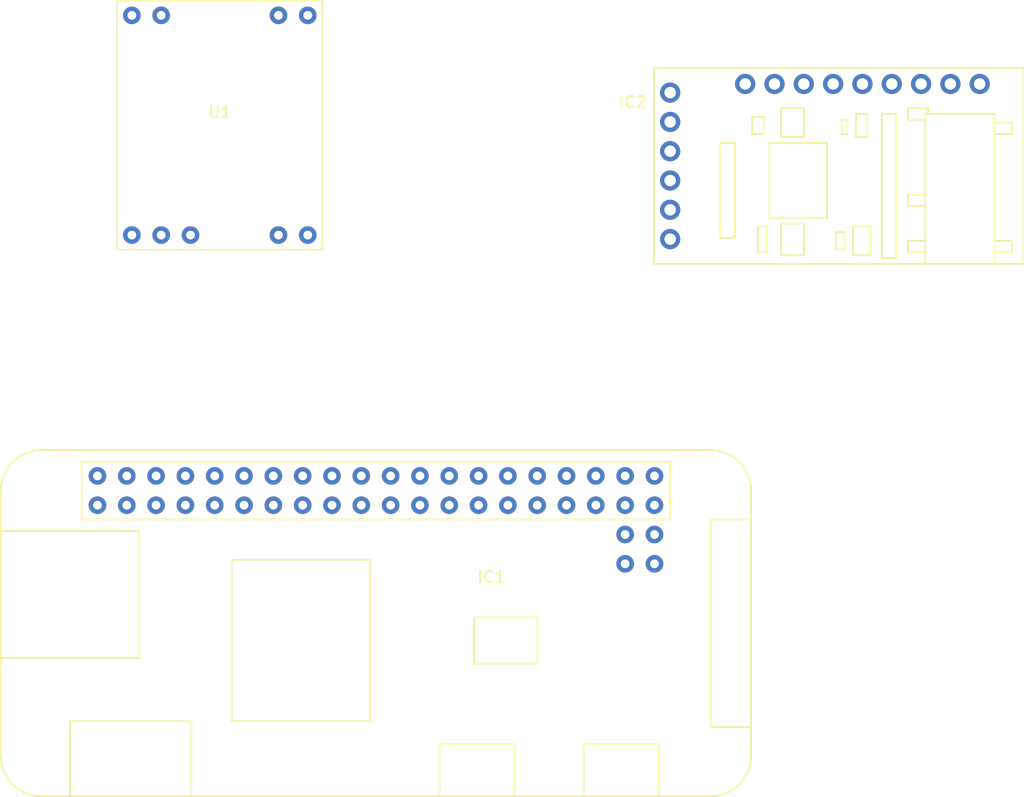
<source format=kicad_pcb>
(kicad_pcb (version 20240108) (generator "pcbnew") (generator_version "8.0")
  (layers (0 "F.Cu" signal) (31 "B.Cu" signal) (34 "B.Paste" user) (35 "F.Paste" user) (36 "B.SilkS" user "B.Silkscreen") (37 "F.SilkS" user "F.Silkscreen") (38 "B.Mask" user) (39 "F.Mask" user) (44 "Edge.Cuts" user))
  (net 0 "")
  (net 24 "GND")
  (net 28 "+5V")
  (net 29 "Net-(IC1-GPIO_GEN1,GPIO_18)")
  (net 38 "Net-(IC1-GPIO_19)")
  (net 44 "Net-(IC1-GPIO_21)")
  (net 45 "Net-(IC2-ROUT)")
  (net 46 "Net-(IC2-LOUT)")
  (net 47 "Net-(U1-T)")
  (footprint "footprints:RaspberryPiZeroW" (layer "F.Cu") (at 133.5 67.88)
    (property "Reference" "IC1" (at -11.59 8.77 0) (layer "F.SilkS"))
    (property "Value" "RaspberryPiZeroW")
    (fp_line (start -54.09 1.27) (end -54.09 24.27) (stroke (width 0.15)) (layer "F.SilkS"))
    (fp_line (start -54.09 4.77) (end -54.09 15.77) (stroke (width 0.15)) (layer "F.SilkS"))
    (fp_line (start -54.09 15.77) (end -42.09 15.77) (stroke (width 0.15)) (layer "F.SilkS"))
    (fp_line (start -50.59 -2.23) (end 7.41 -2.23) (stroke (width 0.15)) (layer "F.SilkS"))
    (fp_line (start -50.59 27.77) (end 7.41 27.77) (stroke (width 0.15)) (layer "F.SilkS"))
    (fp_line (start -48.09 21.27) (end -48.09 27.77) (stroke (width 0.15)) (layer "F.SilkS"))
    (fp_line (start -47.09 -1.23) (end -47.09 3.77) (stroke (width 0.15)) (layer "F.SilkS"))
    (fp_line (start -47.09 3.77) (end 3.91 3.77) (stroke (width 0.15)) (layer "F.SilkS"))
    (fp_line (start -42.09 4.77) (end -54.09 4.77) (stroke (width 0.15)) (layer "F.SilkS"))
    (fp_line (start -42.09 15.77) (end -42.09 4.77) (stroke (width 0.15)) (layer "F.SilkS"))
    (fp_line (start -37.59 21.27) (end -48.09 21.27) (stroke (width 0.15)) (layer "F.SilkS"))
    (fp_line (start -37.59 27.77) (end -37.59 21.27) (stroke (width 0.15)) (layer "F.SilkS"))
    (fp_line (start -34.09 7.27) (end -34.09 21.27) (stroke (width 0.15)) (layer "F.SilkS"))
    (fp_line (start -34.09 21.27) (end -22.09 21.27) (stroke (width 0.15)) (layer "F.SilkS"))
    (fp_line (start -22.09 7.27) (end -34.09 7.27) (stroke (width 0.15)) (layer "F.SilkS"))
    (fp_line (start -22.09 21.27) (end -22.09 7.27) (stroke (width 0.15)) (layer "F.SilkS"))
    (fp_line (start -16.09 23.27) (end -16.09 27.77) (stroke (width 0.15)) (layer "F.SilkS"))
    (fp_line (start -13.09 12.27) (end -13.09 16.27) (stroke (width 0.15)) (layer "F.SilkS"))
    (fp_line (start -13.09 16.27) (end -7.59 16.27) (stroke (width 0.15)) (layer "F.SilkS"))
    (fp_line (start -9.59 23.27) (end -16.09 23.27) (stroke (width 0.15)) (layer "F.SilkS"))
    (fp_line (start -9.59 27.77) (end -9.59 23.27) (stroke (width 0.15)) (layer "F.SilkS"))
    (fp_line (start -7.59 12.27) (end -13.09 12.27) (stroke (width 0.15)) (layer "F.SilkS"))
    (fp_line (start -7.59 12.77) (end -7.59 12.27) (stroke (width 0.15)) (layer "F.SilkS"))
    (fp_line (start -7.59 16.27) (end -7.59 12.77) (stroke (width 0.15)) (layer "F.SilkS"))
    (fp_line (start -3.59 23.27) (end -3.59 27.77) (stroke (width 0.15)) (layer "F.SilkS"))
    (fp_line (start 2.91 23.27) (end -3.59 23.27) (stroke (width 0.15)) (layer "F.SilkS"))
    (fp_line (start 2.91 27.77) (end 2.91 23.27) (stroke (width 0.15)) (layer "F.SilkS"))
    (fp_line (start 3.91 -1.23) (end -47.09 -1.23) (stroke (width 0.15)) (layer "F.SilkS"))
    (fp_line (start 3.91 3.77) (end 3.91 -1.23) (stroke (width 0.15)) (layer "F.SilkS"))
    (fp_line (start 7.41 3.77) (end 7.41 21.77) (stroke (width 0.15)) (layer "F.SilkS"))
    (fp_line (start 7.41 21.77) (end 10.91 21.77) (stroke (width 0.15)) (layer "F.SilkS"))
    (fp_line (start 10.91 1.27) (end 10.91 24.27) (stroke (width 0.15)) (layer "F.SilkS"))
    (fp_line (start 10.91 3.77) (end 7.41 3.77) (stroke (width 0.15)) (layer "F.SilkS"))
    (fp_arc (start -54.09 1.27) (mid -53.064874 -1.204874) (end -50.59 -2.23) (stroke (width 0.15)) (layer "F.SilkS"))
    (fp_arc (start -50.59 27.77) (mid -53.064874 26.744874) (end -54.09 24.27) (stroke (width 0.15)) (layer "F.SilkS"))
    (fp_arc (start 7.41 -2.23) (mid 9.884874 -1.204874) (end 10.91 1.27) (stroke (width 0.15)) (layer "F.SilkS"))
    (fp_arc (start 10.91 24.27) (mid 9.884874 26.744874) (end 7.41 27.77) (stroke (width 0.15)) (layer "F.SilkS"))
    (pad "" np_thru_hole circle (at -50.59 1.27) (size 2.75 2.75) (drill 2.75) (layers "*.Cu" "*.Mask"))
    (pad "" np_thru_hole circle (at -50.59 24.27) (size 2.75 2.75) (drill 2.75) (layers "*.Cu" "*.Mask"))
    (pad "" np_thru_hole circle (at 7.41 1.27) (size 2.75 2.75) (drill 2.75) (layers "*.Cu" "*.Mask"))
    (pad "" np_thru_hole circle (at 7.41 24.27) (size 2.75 2.75) (drill 2.75) (layers "*.Cu" "*.Mask"))
    (pad "1" thru_hole circle (at -45.72 2.54) (size 1.524 1.524) (drill 0.762) (layers "*.Cu" "*.Mask"))
    (pad "2" thru_hole circle (at -45.72 0) (size 1.524 1.524) (drill 0.762) (layers "*.Cu" "*.Mask") (net 28 "+5V"))
    (pad "3" thru_hole circle (at -43.18 2.54) (size 1.524 1.524) (drill 0.762) (layers "*.Cu" "*.Mask"))
    (pad "4" thru_hole circle (at -43.18 0) (size 1.524 1.524) (drill 0.762) (layers "*.Cu" "*.Mask"))
    (pad "5" thru_hole circle (at -40.64 2.54) (size 1.524 1.524) (drill 0.762) (layers "*.Cu" "*.Mask"))
    (pad "6" thru_hole circle (at -40.64 0) (size 1.524 1.524) (drill 0.762) (layers "*.Cu" "*.Mask"))
    (pad "7" thru_hole circle (at -38.1 2.54) (size 1.524 1.524) (drill 0.762) (layers "*.Cu" "*.Mask"))
    (pad "8" thru_hole circle (at -38.1 0) (size 1.524 1.524) (drill 0.762) (layers "*.Cu" "*.Mask"))
    (pad "9" thru_hole circle (at -35.56 2.54) (size 1.524 1.524) (drill 0.762) (layers "*.Cu" "*.Mask"))
    (pad "10" thru_hole circle (at -35.56 0) (size 1.524 1.524) (drill 0.762) (layers "*.Cu" "*.Mask"))
    (pad "11" thru_hole circle (at -33.02 2.54) (size 1.524 1.524) (drill 0.762) (layers "*.Cu" "*.Mask"))
    (pad "12" thru_hole circle (at -33.02 0) (size 1.524 1.524) (drill 0.762) (layers "*.Cu" "*.Mask") (net 29 "Net-(IC1-GPIO_GEN1,GPIO_18)"))
    (pad "13" thru_hole circle (at -30.48 2.54) (size 1.524 1.524) (drill 0.762) (layers "*.Cu" "*.Mask"))
    (pad "14" thru_hole circle (at -30.48 0) (size 1.524 1.524) (drill 0.762) (layers "*.Cu" "*.Mask"))
    (pad "15" thru_hole circle (at -27.94 2.54) (size 1.524 1.524) (drill 0.762) (layers "*.Cu" "*.Mask"))
    (pad "16" thru_hole circle (at -27.94 0) (size 1.524 1.524) (drill 0.762) (layers "*.Cu" "*.Mask"))
    (pad "17" thru_hole circle (at -25.4 2.54) (size 1.524 1.524) (drill 0.762) (layers "*.Cu" "*.Mask"))
    (pad "18" thru_hole circle (at -25.4 0) (size 1.524 1.524) (drill 0.762) (layers "*.Cu" "*.Mask"))
    (pad "19" thru_hole circle (at -22.86 2.54) (size 1.524 1.524) (drill 0.762) (layers "*.Cu" "*.Mask"))
    (pad "20" thru_hole circle (at -22.86 0) (size 1.524 1.524) (drill 0.762) (layers "*.Cu" "*.Mask"))
    (pad "21" thru_hole circle (at -20.32 2.54) (size 1.524 1.524) (drill 0.762) (layers "*.Cu" "*.Mask"))
    (pad "22" thru_hole circle (at -20.32 0) (size 1.524 1.524) (drill 0.762) (layers "*.Cu" "*.Mask"))
    (pad "23" thru_hole circle (at -17.78 2.54) (size 1.524 1.524) (drill 0.762) (layers "*.Cu" "*.Mask"))
    (pad "24" thru_hole circle (at -17.78 0) (size 1.524 1.524) (drill 0.762) (layers "*.Cu" "*.Mask"))
    (pad "25" thru_hole circle (at -15.24 2.54) (size 1.524 1.524) (drill 0.762) (layers "*.Cu" "*.Mask"))
    (pad "26" thru_hole circle (at -15.24 0) (size 1.524 1.524) (drill 0.762) (layers "*.Cu" "*.Mask"))
    (pad "27" thru_hole circle (at -12.7 2.54) (size 1.524 1.524) (drill 0.762) (layers "*.Cu" "*.Mask"))
    (pad "28" thru_hole circle (at -12.7 0) (size 1.524 1.524) (drill 0.762) (layers "*.Cu" "*.Mask"))
    (pad "29" thru_hole circle (at -10.16 2.54) (size 1.524 1.524) (drill 0.762) (layers "*.Cu" "*.Mask"))
    (pad "30" thru_hole circle (at -10.16 0) (size 1.524 1.524) (drill 0.762) (layers "*.Cu" "*.Mask"))
    (pad "31" thru_hole circle (at -7.62 2.54) (size 1.524 1.524) (drill 0.762) (layers "*.Cu" "*.Mask"))
    (pad "32" thru_hole circle (at -7.62 0) (size 1.524 1.524) (drill 0.762) (layers "*.Cu" "*.Mask"))
    (pad "33" thru_hole circle (at -5.08 2.54) (size 1.524 1.524) (drill 0.762) (layers "*.Cu" "*.Mask"))
    (pad "34" thru_hole circle (at -5.08 0) (size 1.524 1.524) (drill 0.762) (layers "*.Cu" "*.Mask"))
    (pad "35" thru_hole circle (at -2.54 2.54) (size 1.524 1.524) (drill 0.762) (layers "*.Cu" "*.Mask") (net 38 "Net-(IC1-GPIO_19)"))
    (pad "36" thru_hole circle (at -2.54 0) (size 1.524 1.524) (drill 0.762) (layers "*.Cu" "*.Mask"))
    (pad "37" thru_hole circle (at 0 2.54) (size 1.524 1.524) (drill 0.762) (layers "*.Cu" "*.Mask"))
    (pad "38" thru_hole circle (at 0 0) (size 1.524 1.524) (drill 0.762) (layers "*.Cu" "*.Mask"))
    (pad "39" thru_hole circle (at 2.54 2.54) (size 1.524 1.524) (drill 0.762) (layers "*.Cu" "*.Mask") (net 24 "GND"))
    (pad "40" thru_hole circle (at 2.54 0) (size 1.524 1.524) (drill 0.762) (layers "*.Cu" "*.Mask") (net 44 "Net-(IC1-GPIO_21)"))
    (pad "41" thru_hole circle (at 0 5.08) (size 1.524 1.524) (drill 0.762) (layers "*.Cu" "*.Mask"))
    (pad "42" thru_hole circle (at 2.54 5.08) (size 1.524 1.524) (drill 0.762) (layers "*.Cu" "*.Mask"))
    (pad "43" thru_hole circle (at 0 7.62) (size 1.524 1.524) (drill 0.762) (layers "*.Cu" "*.Mask"))
    (pad "44" thru_hole circle (at 2.54 7.62) (size 1.524 1.524) (drill 0.762) (layers "*.Cu" "*.Mask"))
  )
  (footprint "footprints:PCM5102" (layer "F.Cu") (at 143.9 33.9)
    (property "Reference" "IC2" (at -9.7415 1.5845 0) (layer "F.SilkS"))
    (property "Value" "PCM5102")
    (fp_line (start -7.9 -1.4) (end -7.9 15.6) (stroke (width 0.15)) (layer "F.SilkS"))
    (fp_line (start -7.9 15.6) (end 24.1 15.6) (stroke (width 0.15)) (layer "F.SilkS"))
    (fp_line (start -2.15 5.1) (end -0.9 5.1) (stroke (width 0.15)) (layer "F.SilkS"))
    (fp_line (start -2.15 13.35) (end -2.15 5.1) (stroke (width 0.15)) (layer "F.SilkS"))
    (fp_line (start -0.9 5.1) (end -0.9 13.35) (stroke (width 0.15)) (layer "F.SilkS"))
    (fp_line (start -0.9 13.35) (end -2.15 13.35) (stroke (width 0.15)) (layer "F.SilkS"))
    (fp_line (start 0.6 2.85) (end 1.6 2.85) (stroke (width 0.15)) (layer "F.SilkS"))
    (fp_line (start 0.6 4.35) (end 0.6 2.85) (stroke (width 0.15)) (layer "F.SilkS"))
    (fp_line (start 1.1 12.35) (end 1.1 12.6) (stroke (width 0.15)) (layer "F.SilkS"))
    (fp_line (start 1.1 12.6) (end 1.1 14.6) (stroke (width 0.15)) (layer "F.SilkS"))
    (fp_line (start 1.1 14.6) (end 1.85 14.6) (stroke (width 0.15)) (layer "F.SilkS"))
    (fp_line (start 1.6 2.85) (end 1.6 4.35) (stroke (width 0.15)) (layer "F.SilkS"))
    (fp_line (start 1.6 4.35) (end 0.6 4.35) (stroke (width 0.15)) (layer "F.SilkS"))
    (fp_line (start 1.85 12.35) (end 1.1 12.35) (stroke (width 0.15)) (layer "F.SilkS"))
    (fp_line (start 1.85 14.6) (end 1.85 12.35) (stroke (width 0.15)) (layer "F.SilkS"))
    (fp_line (start 2.1 5.1) (end 7.1 5.1) (stroke (width 0.15)) (layer "F.SilkS"))
    (fp_line (start 2.1 11.6) (end 2.1 5.1) (stroke (width 0.15)) (layer "F.SilkS"))
    (fp_line (start 3.1 2.1) (end 3.1 4.6) (stroke (width 0.15)) (layer "F.SilkS"))
    (fp_line (start 3.1 4.6) (end 5.1 4.6) (stroke (width 0.15)) (layer "F.SilkS"))
    (fp_line (start 3.1 12.1) (end 3.1 14.85) (stroke (width 0.15)) (layer "F.SilkS"))
    (fp_line (start 3.1 14.85) (end 4.35 14.85) (stroke (width 0.15)) (layer "F.SilkS"))
    (fp_line (start 4.35 12.1) (end 3.1 12.1) (stroke (width 0.15)) (layer "F.SilkS"))
    (fp_line (start 4.35 12.1) (end 5.1 12.1) (stroke (width 0.15)) (layer "F.SilkS"))
    (fp_line (start 5.1 2.1) (end 3.1 2.1) (stroke (width 0.15)) (layer "F.SilkS"))
    (fp_line (start 5.1 4.6) (end 5.1 2.1) (stroke (width 0.15)) (layer "F.SilkS"))
    (fp_line (start 5.1 12.1) (end 5.1 14.85) (stroke (width 0.15)) (layer "F.SilkS"))
    (fp_line (start 5.1 14.85) (end 4.35 14.85) (stroke (width 0.15)) (layer "F.SilkS"))
    (fp_line (start 7.1 5.1) (end 7.1 11.6) (stroke (width 0.15)) (layer "F.SilkS"))
    (fp_line (start 7.1 11.6) (end 2.1 11.6) (stroke (width 0.15)) (layer "F.SilkS"))
    (fp_line (start 7.85 12.85) (end 7.85 13.1) (stroke (width 0.15)) (layer "F.SilkS"))
    (fp_line (start 7.85 13.1) (end 7.85 13.35) (stroke (width 0.15)) (layer "F.SilkS"))
    (fp_line (start 7.85 13.35) (end 7.85 14.35) (stroke (width 0.15)) (layer "F.SilkS"))
    (fp_line (start 7.85 14.35) (end 8.6 14.35) (stroke (width 0.15)) (layer "F.SilkS"))
    (fp_line (start 8.35 3.1) (end 8.35 4.35) (stroke (width 0.15)) (layer "F.SilkS"))
    (fp_line (start 8.35 4.35) (end 8.85 4.35) (stroke (width 0.15)) (layer "F.SilkS"))
    (fp_line (start 8.6 12.85) (end 7.85 12.85) (stroke (width 0.15)) (layer "F.SilkS"))
    (fp_line (start 8.6 14.35) (end 8.6 12.85) (stroke (width 0.15)) (layer "F.SilkS"))
    (fp_line (start 8.85 3.1) (end 8.35 3.1) (stroke (width 0.15)) (layer "F.SilkS"))
    (fp_line (start 8.85 4.35) (end 8.85 3.1) (stroke (width 0.15)) (layer "F.SilkS"))
    (fp_line (start 9.35 12.35) (end 9.35 14.85) (stroke (width 0.15)) (layer "F.SilkS"))
    (fp_line (start 9.35 14.85) (end 10.85 14.85) (stroke (width 0.15)) (layer "F.SilkS"))
    (fp_line (start 9.6 2.6) (end 9.6 3.1) (stroke (width 0.15)) (layer "F.SilkS"))
    (fp_line (start 9.6 2.85) (end 9.6 4.6) (stroke (width 0.15)) (layer "F.SilkS"))
    (fp_line (start 9.6 4.6) (end 10.6 4.6) (stroke (width 0.15)) (layer "F.SilkS"))
    (fp_line (start 9.6 12.35) (end 9.35 12.35) (stroke (width 0.15)) (layer "F.SilkS"))
    (fp_line (start 10.6 2.6) (end 9.6 2.6) (stroke (width 0.15)) (layer "F.SilkS"))
    (fp_line (start 10.6 4.6) (end 10.6 2.6) (stroke (width 0.15)) (layer "F.SilkS"))
    (fp_line (start 10.85 12.35) (end 9.6 12.35) (stroke (width 0.15)) (layer "F.SilkS"))
    (fp_line (start 10.85 14.85) (end 10.85 12.35) (stroke (width 0.15)) (layer "F.SilkS"))
    (fp_line (start 11.85 2.6) (end 11.85 15.1) (stroke (width 0.15)) (layer "F.SilkS"))
    (fp_line (start 11.85 15.1) (end 13.1 15.1) (stroke (width 0.15)) (layer "F.SilkS"))
    (fp_line (start 13.1 2.6) (end 11.85 2.6) (stroke (width 0.15)) (layer "F.SilkS"))
    (fp_line (start 13.1 15.1) (end 13.1 2.6) (stroke (width 0.15)) (layer "F.SilkS"))
    (fp_line (start 14.1 2.1) (end 15.85 2.1) (stroke (width 0.15)) (layer "F.SilkS"))
    (fp_line (start 14.1 3.1) (end 14.1 2.1) (stroke (width 0.15)) (layer "F.SilkS"))
    (fp_line (start 14.1 9.6) (end 15.6 9.6) (stroke (width 0.15)) (layer "F.SilkS"))
    (fp_line (start 14.1 10.6) (end 14.1 9.6) (stroke (width 0.15)) (layer "F.SilkS"))
    (fp_line (start 14.1 13.6) (end 15.6 13.6) (stroke (width 0.15)) (layer "F.SilkS"))
    (fp_line (start 14.1 14.6) (end 14.1 13.6) (stroke (width 0.15)) (layer "F.SilkS"))
    (fp_line (start 15.6 2.6) (end 21.6 2.6) (stroke (width 0.15)) (layer "F.SilkS"))
    (fp_line (start 15.6 3.1) (end 14.1 3.1) (stroke (width 0.15)) (layer "F.SilkS"))
    (fp_line (start 15.6 10.6) (end 14.1 10.6) (stroke (width 0.15)) (layer "F.SilkS"))
    (fp_line (start 15.6 14.6) (end 14.1 14.6) (stroke (width 0.15)) (layer "F.SilkS"))
    (fp_line (start 15.6 15.6) (end 15.6 2.6) (stroke (width 0.15)) (layer "F.SilkS"))
    (fp_line (start 15.85 2.1) (end 15.85 2.6) (stroke (width 0.15)) (layer "F.SilkS"))
    (fp_line (start 21.6 2.6) (end 21.6 15.6) (stroke (width 0.15)) (layer "F.SilkS"))
    (fp_line (start 21.6 3.35) (end 23.1 3.35) (stroke (width 0.15)) (layer "F.SilkS"))
    (fp_line (start 21.6 13.6) (end 23.1 13.6) (stroke (width 0.15)) (layer "F.SilkS"))
    (fp_line (start 23.1 3.35) (end 23.1 4.35) (stroke (width 0.15)) (layer "F.SilkS"))
    (fp_line (start 23.1 4.35) (end 21.6 4.35) (stroke (width 0.15)) (layer "F.SilkS"))
    (fp_line (start 23.1 13.6) (end 23.1 14.6) (stroke (width 0.15)) (layer "F.SilkS"))
    (fp_line (start 23.1 14.6) (end 21.6 14.6) (stroke (width 0.15)) (layer "F.SilkS"))
    (fp_line (start 24.1 -1.4) (end -7.9 -1.4) (stroke (width 0.15)) (layer "F.SilkS"))
    (fp_line (start 24.1 -1.4) (end 24.1 15.6) (stroke (width 0.15)) (layer "F.SilkS"))
    (pad "1" thru_hole circle (at -6.5 13.45) (size 1.75 1.75) (drill 1) (layers "*.Cu" "*.Mask") (net 28 "+5V"))
    (pad "2" thru_hole circle (at -6.5 10.91) (size 1.75 1.75) (drill 1) (layers "*.Cu" "*.Mask") (net 24 "GND"))
    (pad "3" thru_hole circle (at -6.5 8.37) (size 1.75 1.75) (drill 1) (layers "*.Cu" "*.Mask") (net 38 "Net-(IC1-GPIO_19)"))
    (pad "4" thru_hole circle (at -6.5 5.83) (size 1.75 1.75) (drill 1) (layers "*.Cu" "*.Mask") (net 44 "Net-(IC1-GPIO_21)"))
    (pad "5" thru_hole circle (at -6.5 3.29) (size 1.75 1.75) (drill 1) (layers "*.Cu" "*.Mask") (net 29 "Net-(IC1-GPIO_GEN1,GPIO_18)"))
    (pad "6" thru_hole circle (at -6.5 0.75) (size 1.75 1.75) (drill 1) (layers "*.Cu" "*.Mask") (net 24 "GND"))
    (pad "7" thru_hole circle (at 0 0) (size 1.75 1.75) (drill 1) (layers "*.Cu" "*.Mask"))
    (pad "8" thru_hole circle (at 2.54 0) (size 1.75 1.75) (drill 1) (layers "*.Cu" "*.Mask"))
    (pad "9" thru_hole circle (at 5.08 0) (size 1.75 1.75) (drill 1) (layers "*.Cu" "*.Mask"))
    (pad "10" thru_hole circle (at 7.62 0) (size 1.75 1.75) (drill 1) (layers "*.Cu" "*.Mask"))
    (pad "11" thru_hole circle (at 10.16 0) (size 1.75 1.75) (drill 1) (layers "*.Cu" "*.Mask"))
    (pad "12" thru_hole circle (at 12.7 0) (size 1.75 1.75) (drill 1) (layers "*.Cu" "*.Mask") (net 47 "Net-(U1-T)"))
    (pad "13" thru_hole circle (at 15.24 0) (size 1.75 1.75) (drill 1) (layers "*.Cu" "*.Mask") (net 45 "Net-(IC2-ROUT)"))
    (pad "14" thru_hole circle (at 17.78 0) (size 1.75 1.75) (drill 1) (layers "*.Cu" "*.Mask") (net 47 "Net-(U1-T)"))
    (pad "15" thru_hole circle (at 20.32 0) (size 1.75 1.75) (drill 1) (layers "*.Cu" "*.Mask") (net 46 "Net-(IC2-LOUT)"))
  )
  (footprint "pam8403:pam8403" (layer "F.Cu") (at 98.38 36.84)
    (property "Reference" "U1" (at 0 -0.5 0) (layer "F.SilkS"))
    (property "Value" "pam8403")
    (fp_rect (start -8.89 -10.16) (end 8.89 11.43) (stroke (width 0.12)) (fill none) (layer "F.SilkS"))
    (pad "1" thru_hole circle (at -7.62 10.16) (size 1.524 1.524) (drill 0.762) (layers "*.Cu" "*.Mask") (net 46 "Net-(IC2-LOUT)"))
    (pad "2" thru_hole circle (at -5.08 10.16) (size 1.524 1.524) (drill 0.762) (layers "*.Cu" "*.Mask") (net 47 "Net-(U1-T)"))
    (pad "3" thru_hole circle (at -2.54 10.16) (size 1.524 1.524) (drill 0.762) (layers "*.Cu" "*.Mask") (net 45 "Net-(IC2-ROUT)"))
    (pad "4" thru_hole circle (at 5.08 10.16) (size 1.524 1.524) (drill 0.762) (layers "*.Cu" "*.Mask") (net 28 "+5V"))
    (pad "5" thru_hole circle (at 7.62 10.16) (size 1.524 1.524) (drill 0.762) (layers "*.Cu" "*.Mask") (net 24 "GND"))
    (pad "6" thru_hole circle (at 7.62 -8.89) (size 1.524 1.524) (drill 0.762) (layers "*.Cu" "*.Mask"))
    (pad "7" thru_hole circle (at 5.08 -8.89) (size 1.524 1.524) (drill 0.762) (layers "*.Cu" "*.Mask"))
    (pad "8" thru_hole circle (at -5.08 -8.89) (size 1.524 1.524) (drill 0.762) (layers "*.Cu" "*.Mask"))
    (pad "9" thru_hole circle (at -7.62 -8.89) (size 1.524 1.524) (drill 0.762) (layers "*.Cu" "*.Mask"))
  )
)
</source>
